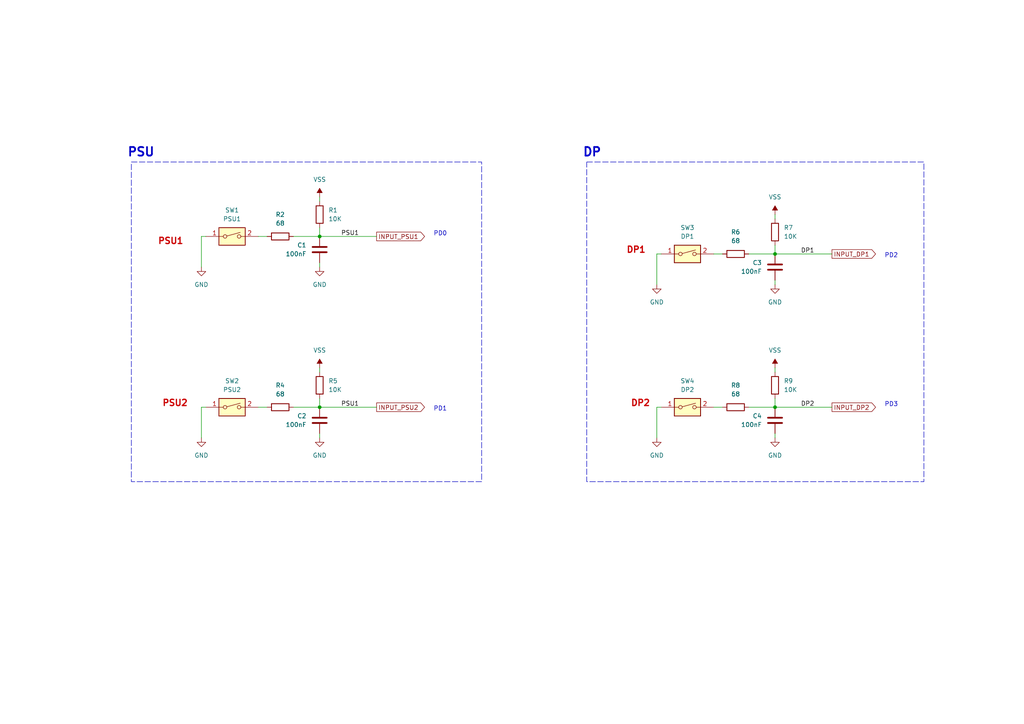
<source format=kicad_sch>
(kicad_sch (version 20230121) (generator eeschema)
  (paper "A4")
  (title_block (title "[AMDS] GPIO Input"))
  (lib_symbols
    (symbol "Device:C" (pin_numbers hide) (pin_names (offset 0.254))
      (property "Reference" "C" (at 0.635 2.54 0))
      (property "Value" "C" (at 0.635 -2.54 0))
      (symbol "C_0_1"
        (polyline (pts (xy -2.032 -0.762) (xy 2.032 -0.762)) (stroke (width 0.508)))
        (polyline (pts (xy -2.032 0.762) (xy 2.032 0.762)) (stroke (width 0.508)))
      )
      (symbol "C_1_1"
        (pin passive line (at 0 3.81 270) (length 2.794) (name "~") (number "1"))
        (pin passive line (at 0 -3.81 90) (length 2.794) (name "~") (number "2"))
      )
    )
    (symbol "Device:R" (pin_numbers hide) (pin_names (offset 0))
      (property "Reference" "R" (at 2.032 0 90))
      (property "Value" "R" (at 0 0 90))
      (symbol "R_0_1"
        (rectangle (start -1.016 -2.54) (end 1.016 2.54) (stroke (width 0.254)))
      )
      (symbol "R_1_1"
        (pin passive line (at 0 3.81 270) (length 1.27) (name "~") (number "1"))
        (pin passive line (at 0 -3.81 90) (length 1.27) (name "~") (number "2"))
      )
    )
    (symbol "GND_2" (power) (pin_numbers hide) (pin_names (offset 0) hide)
      (property "Value" "GND_2" (at 0 -3.81 0))
      (symbol "GND_2_0_1"
        (polyline (pts (xy 0 0) (xy 0 -1.27) (xy 1.27 -1.27) (xy 0 -2.54) (xy -1.27 -1.27) (xy 0 -1.27)))
      )
      (symbol "GND_2_1_1"
        (pin power_in line (at 0 0 270) (length 0) hide (name "GND") (number "1"))
      )
    )
    (symbol "GND_3" (power) (pin_numbers hide) (pin_names (offset 0) hide)
      (property "Value" "GND_3" (at 0 -3.81 0))
      (symbol "GND_3_0_1"
        (polyline (pts (xy 0 0) (xy 0 -1.27) (xy 1.27 -1.27) (xy 0 -2.54) (xy -1.27 -1.27) (xy 0 -1.27)))
      )
      (symbol "GND_3_1_1"
        (pin power_in line (at 0 0 270) (length 0) hide (name "GND") (number "1"))
      )
    )
    (symbol "Switch:SW_DIP_x01" (pin_names (offset 0) hide)
      (property "Reference" "SW" (at 0 3.81 0))
      (property "Value" "SW_DIP_x01" (at 0 -3.81 0))
      (symbol "SW_DIP_x01_0_0"
        (circle (center -2.032 0) (radius 0.508))
        (polyline (pts (xy -1.524 0.127) (xy 2.3622 1.1684)))
        (circle (center 2.032 0) (radius 0.508))
      )
      (symbol "SW_DIP_x01_0_1"
        (rectangle (start -3.81 2.54) (end 3.81 -2.54) (stroke (width 0.254)) (fill (type background)))
      )
      (symbol "SW_DIP_x01_1_1"
        (pin passive line (at -7.62 0 0) (length 5.08) (name "~") (number "1"))
        (pin passive line (at 7.62 0 180) (length 5.08) (name "~") (number "2"))
      )
    )
    (symbol "VSS_1" (power) (pin_numbers hide) (pin_names (offset 0) hide)
      (property "Value" "VSS_1" (at 0 5.08 0))
      (symbol "VSS_1_0_1"
        (polyline (pts (xy 0 0) (xy 0 2.54)))
        (polyline (pts (xy 0.762 1.27) (xy -0.762 1.27) (xy 0 2.54) (xy 0.762 1.27)) (fill (type outline)))
      )
      (symbol "VSS_1_1_1"
        (pin power_in line (at 0 0 90) (length 0) hide (name "VSS") (number "1"))
      )
    )
  )
  (junction (at 92.71 118.11))
  (junction (at 224.79 118.11))
  (junction (at 224.79 73.66))
  (junction (at 92.71 68.58))
  (wire (pts (xy 92.71 57.15) (xy 92.71 58.42)))
  (wire (pts (xy 224.79 71.12) (xy 224.79 73.66)))
  (wire (pts (xy 207.01 73.66) (xy 209.55 73.66)))
  (wire (pts (xy 74.93 118.11) (xy 77.47 118.11)))
  (wire (pts (xy 92.71 68.58) (xy 109.22 68.58)))
  (wire (pts (xy 85.09 68.58) (xy 92.71 68.58)))
  (wire (pts (xy 92.71 77.47) (xy 92.71 76.2)))
  (wire (pts (xy 92.71 118.11) (xy 109.22 118.11)))
  (wire (pts (xy 92.71 115.57) (xy 92.71 118.11)))
  (wire (pts (xy 207.01 118.11) (xy 209.55 118.11)))
  (wire (pts (xy 92.71 66.04) (xy 92.71 68.58)))
  (wire (pts (xy 190.5 73.66) (xy 191.77 73.66)))
  (wire (pts (xy 224.79 62.23) (xy 224.79 63.5)))
  (wire (pts (xy 224.79 73.66) (xy 241.3 73.66)))
  (wire (pts (xy 190.5 73.66) (xy 190.5 82.55)))
  (wire (pts (xy 224.79 118.11) (xy 241.3 118.11)))
  (wire (pts (xy 190.5 118.11) (xy 191.77 118.11)))
  (wire (pts (xy 58.42 118.11) (xy 59.69 118.11)))
  (wire (pts (xy 92.71 127) (xy 92.71 125.73)))
  (wire (pts (xy 85.09 118.11) (xy 92.71 118.11)))
  (wire (pts (xy 92.71 106.68) (xy 92.71 107.95)))
  (wire (pts (xy 217.17 73.66) (xy 224.79 73.66)))
  (wire (pts (xy 58.42 68.58) (xy 58.42 77.47)))
  (wire (pts (xy 190.5 118.11) (xy 190.5 127)))
  (wire (pts (xy 217.17 118.11) (xy 224.79 118.11)))
  (wire (pts (xy 58.42 118.11) (xy 58.42 127)))
  (wire (pts (xy 224.79 115.57) (xy 224.79 118.11)))
  (wire (pts (xy 58.42 68.58) (xy 59.69 68.58)))
  (wire (pts (xy 224.79 82.55) (xy 224.79 81.28)))
  (wire (pts (xy 74.93 68.58) (xy 77.47 68.58)))
  (wire (pts (xy 224.79 106.68) (xy 224.79 107.95)))
  (wire (pts (xy 224.79 127) (xy 224.79 125.73)))
  (rectangle (start 170.18 46.99) (end 267.97 139.7) (stroke (width 0) (type dash)))
  (rectangle (start 38.1 46.99) (end 139.7 139.7) (stroke (width 0) (type dash)))
  (text "PD0" (at 125.73 68.58 0) (effects (font (size 1.27 1.27)) (justify left bottom)))
  (text "DP1" (at 181.61 73.66 0) (effects (font (size 1.8 1.8) (thickness 0.36) bold) (justify left bottom)))
  (text "DP2" (at 182.88 118.11 0) (effects (font (size 1.8 1.8) (thickness 0.36) bold) (justify left bottom)))
  (text "PSU2" (at 46.99 118.11 0) (effects (font (size 1.8 1.8) (thickness 0.36) bold) (justify left bottom)))
  (text "DP\n" (at 168.91 45.72 0) (effects (font (size 2.5 2.5) bold) (justify left bottom)))
  (text "PD2" (at 256.54 74.93 0) (effects (font (size 1.27 1.27)) (justify left bottom)))
  (text "PSU" (at 36.83 45.72 0) (effects (font (size 2.5 2.5) bold) (justify left bottom)))
  (text "PSU1" (at 45.72 71.12 0) (effects (font (size 1.8 1.8) (thickness 0.36) bold) (justify left bottom)))
  (text "PD3" (at 256.54 118.11 0) (effects (font (size 1.27 1.27)) (justify left bottom)))
  (text "PD1" (at 125.73 119.38 0) (effects (font (size 1.27 1.27)) (justify left bottom)))
  (label "PSU1" (at 104.14 68.58 180))
  (label "PSU1" (at 104.14 118.11 180))
  (label "DP1" (at 236.22 73.66 180))
  (label "DP2" (at 236.22 118.11 180))
  (global_label "INPUT_PSU1" (shape output) (at 109.22 68.58 0) (property "Intersheetrefs" "${INTERSHEET_REFS}" (effects hide)))
  (global_label "INPUT_PSU2" (shape output) (at 109.22 118.11 0) (property "Intersheetrefs" "${INTERSHEET_REFS}" (effects hide)))
  (global_label "INPUT_DP2" (shape output) (at 241.3 118.11 0) (property "Intersheetrefs" "${INTERSHEET_REFS}" (effects hide)))
  (global_label "INPUT_DP1" (shape output) (at 241.3 73.66 0) (property "Intersheetrefs" "${INTERSHEET_REFS}" (effects hide)))
  (symbol (lib_name "GND_3") (lib_id "power:GND") (at 92.71 127 0) (unit 1)
    (property "Reference" "#PWR08" (effects hide))
    (property "Value" "GND" (at 92.71 132.08 0))
  )
  (symbol (lib_name "VSS_1") (lib_id "power:VSS") (at 224.79 106.68 0) (mirror y) (unit 1)
    (property "Reference" "#PWR013" (effects hide))
    (property "Value" "+3.3V" (at 224.79 101.6 0))
  )
  (symbol (lib_name "GND_2") (lib_id "power:GND") (at 190.5 127 0) (unit 1)
    (property "Reference" "#PWR012" (effects hide))
    (property "Value" "GND" (at 190.5 132.08 0))
  )
  (symbol (lib_id "Device:C") (at 92.71 72.39 0) (mirror y) (unit 1)
    (property "Reference" "C1" (at 88.9 71.12 0) (effects (justify left)))
    (property "Value" "100nF" (at 88.9 73.66 0) (effects (justify left)))
  )
  (symbol (lib_name "GND_3") (lib_id "power:GND") (at 224.79 82.55 0) (unit 1)
    (property "Reference" "#PWR011" (effects hide))
    (property "Value" "GND" (at 224.79 87.63 0))
  )
  (symbol (lib_id "Device:R") (at 81.28 118.11 90) (unit 1)
    (property "Reference" "R4" (at 81.28 111.76 90))
    (property "Value" "68" (at 81.28 114.3 90))
  )
  (symbol (lib_name "VSS_1") (lib_id "power:VSS") (at 92.71 106.68 0) (mirror y) (unit 1)
    (property "Reference" "#PWR07" (effects hide))
    (property "Value" "+3.3V" (at 92.71 101.6 0))
  )
  (symbol (lib_name "VSS_1") (lib_id "power:VSS") (at 92.71 57.15 0) (mirror y) (unit 1)
    (property "Reference" "#PWR04" (effects hide))
    (property "Value" "+3.3V" (at 92.71 52.07 0))
  )
  (symbol (lib_id "Switch:SW_DIP_x01") (at 199.39 73.66 0) (unit 1)
    (property "Reference" "SW3" (at 199.39 66.04 0))
    (property "Value" "DP1" (at 199.39 68.58 0))
  )
  (symbol (lib_id "Device:R") (at 92.71 111.76 0) (unit 1)
    (property "Reference" "R5" (at 95.25 110.49 0) (effects (justify left)))
    (property "Value" "10K" (at 95.25 113.03 0) (effects (justify left)))
  )
  (symbol (lib_name "GND_3") (lib_id "power:GND") (at 92.71 77.47 0) (unit 1)
    (property "Reference" "#PWR05" (effects hide))
    (property "Value" "GND" (at 92.71 82.55 0))
  )
  (symbol (lib_id "Device:C") (at 92.71 121.92 0) (mirror y) (unit 1)
    (property "Reference" "C2" (at 88.9 120.65 0) (effects (justify left)))
    (property "Value" "100nF" (at 88.9 123.19 0) (effects (justify left)))
  )
  (symbol (lib_id "Device:C") (at 224.79 77.47 0) (mirror y) (unit 1)
    (property "Reference" "C3" (at 220.98 76.2 0) (effects (justify left)))
    (property "Value" "100nF" (at 220.98 78.74 0) (effects (justify left)))
  )
  (symbol (lib_name "GND_2") (lib_id "power:GND") (at 58.42 127 0) (unit 1)
    (property "Reference" "#PWR06" (effects hide))
    (property "Value" "GND" (at 58.42 132.08 0))
  )
  (symbol (lib_id "Device:R") (at 224.79 67.31 0) (unit 1)
    (property "Reference" "R7" (at 227.33 66.04 0) (effects (justify left)))
    (property "Value" "10K" (at 227.33 68.58 0) (effects (justify left)))
  )
  (symbol (lib_id "Switch:SW_DIP_x01") (at 67.31 68.58 0) (unit 1)
    (property "Reference" "SW1" (at 67.31 60.96 0))
    (property "Value" "PSU1" (at 67.31 63.5 0))
  )
  (symbol (lib_name "GND_2") (lib_id "power:GND") (at 58.42 77.47 0) (unit 1)
    (property "Reference" "#PWR02" (effects hide))
    (property "Value" "GND" (at 58.42 82.55 0))
  )
  (symbol (lib_id "Device:R") (at 224.79 111.76 0) (unit 1)
    (property "Reference" "R9" (at 227.33 110.49 0) (effects (justify left)))
    (property "Value" "10K" (at 227.33 113.03 0) (effects (justify left)))
  )
  (symbol (lib_id "Switch:SW_DIP_x01") (at 199.39 118.11 0) (unit 1)
    (property "Reference" "SW4" (at 199.39 110.49 0))
    (property "Value" "DP2" (at 199.39 113.03 0))
  )
  (symbol (lib_id "Device:C") (at 224.79 121.92 0) (mirror y) (unit 1)
    (property "Reference" "C4" (at 220.98 120.65 0) (effects (justify left)))
    (property "Value" "100nF" (at 220.98 123.19 0) (effects (justify left)))
  )
  (symbol (lib_id "Device:R") (at 81.28 68.58 90) (unit 1)
    (property "Reference" "R2" (at 81.28 62.23 90))
    (property "Value" "68" (at 81.28 64.77 90))
  )
  (symbol (lib_id "Device:R") (at 92.71 62.23 0) (unit 1)
    (property "Reference" "R1" (at 95.25 60.96 0) (effects (justify left)))
    (property "Value" "10K" (at 95.25 63.5 0) (effects (justify left)))
  )
  (symbol (lib_name "GND_2") (lib_id "power:GND") (at 190.5 82.55 0) (unit 1)
    (property "Reference" "#PWR09" (effects hide))
    (property "Value" "GND" (at 190.5 87.63 0))
  )
  (symbol (lib_id "Device:R") (at 213.36 118.11 90) (unit 1)
    (property "Reference" "R8" (at 213.36 111.76 90))
    (property "Value" "68" (at 213.36 114.3 90))
  )
  (symbol (lib_name "VSS_1") (lib_id "power:VSS") (at 224.79 62.23 0) (mirror y) (unit 1)
    (property "Reference" "#PWR010" (effects hide))
    (property "Value" "+3.3V" (at 224.79 57.15 0))
  )
  (symbol (lib_name "GND_3") (lib_id "power:GND") (at 224.79 127 0) (unit 1)
    (property "Reference" "#PWR014" (effects hide))
    (property "Value" "GND" (at 224.79 132.08 0))
  )
  (symbol (lib_id "Device:R") (at 213.36 73.66 90) (unit 1)
    (property "Reference" "R6" (at 213.36 67.31 90))
    (property "Value" "68" (at 213.36 69.85 90))
  )
  (symbol (lib_id "Switch:SW_DIP_x01") (at 67.31 118.11 0) (unit 1)
    (property "Reference" "SW2" (at 67.31 110.49 0))
    (property "Value" "PSU2" (at 67.31 113.03 0))
  )
)
</source>
